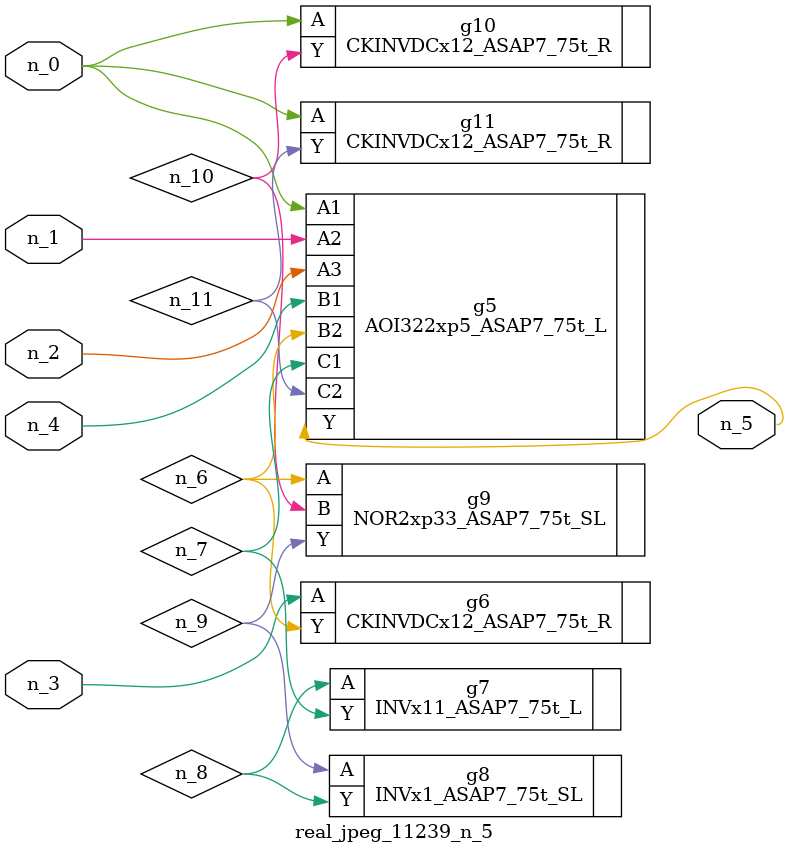
<source format=v>
module real_jpeg_11239_n_5 (n_4, n_0, n_1, n_2, n_3, n_5);

input n_4;
input n_0;
input n_1;
input n_2;
input n_3;

output n_5;

wire n_8;
wire n_11;
wire n_6;
wire n_7;
wire n_10;
wire n_9;

AOI322xp5_ASAP7_75t_L g5 ( 
.A1(n_0),
.A2(n_1),
.A3(n_2),
.B1(n_4),
.B2(n_6),
.C1(n_7),
.C2(n_11),
.Y(n_5)
);

CKINVDCx12_ASAP7_75t_R g10 ( 
.A(n_0),
.Y(n_10)
);

CKINVDCx12_ASAP7_75t_R g11 ( 
.A(n_0),
.Y(n_11)
);

CKINVDCx12_ASAP7_75t_R g6 ( 
.A(n_3),
.Y(n_6)
);

NOR2xp33_ASAP7_75t_SL g9 ( 
.A(n_6),
.B(n_10),
.Y(n_9)
);

INVx11_ASAP7_75t_L g7 ( 
.A(n_8),
.Y(n_7)
);

INVx1_ASAP7_75t_SL g8 ( 
.A(n_9),
.Y(n_8)
);


endmodule
</source>
